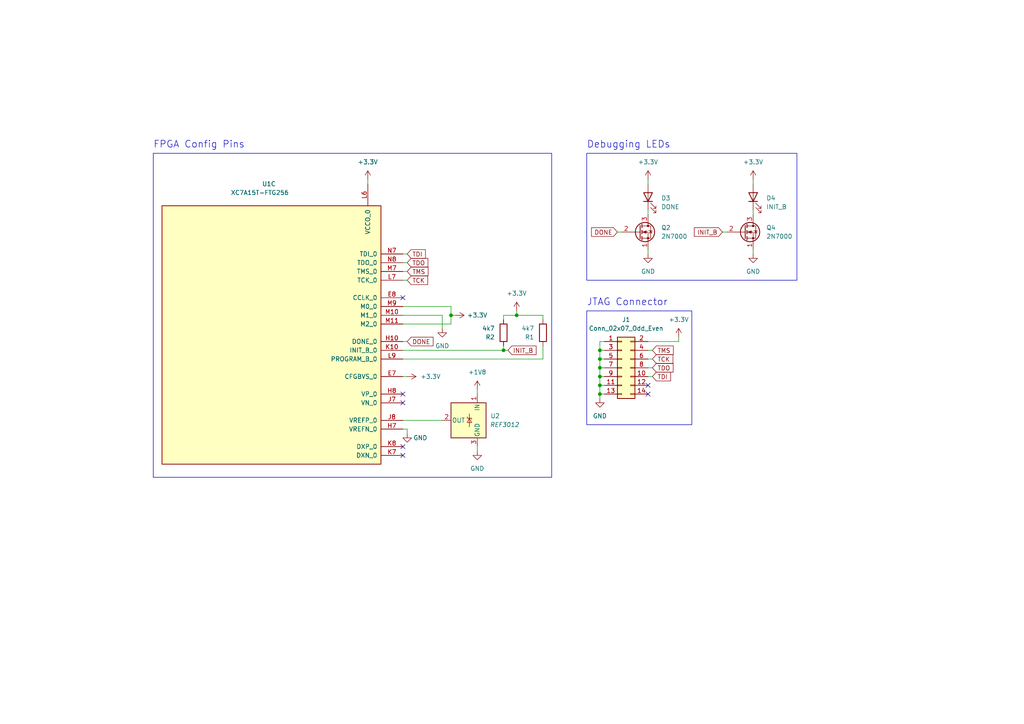
<source format=kicad_sch>
(kicad_sch (version 20230121) (generator eeschema)
  (paper "A4")
  (title_block (title "Configuration") (date "2024-01-06") (rev "1"))
  (lib_symbols
    (symbol "Connector_Generic:Conn_02x07_Odd_Even" (pin_names (offset 1.016) hide)
      (property "Reference" "J" (at 1.27 10.16 0))
      (property "Value" "Conn_02x07_Odd_Even" (at 1.27 -10.16 0))
      (symbol "Conn_02x07_Odd_Even_1_1"
        (rectangle (start -1.27 -7.493) (end 0 -7.747) (stroke (width 0.1524)))
        (rectangle (start -1.27 -4.953) (end 0 -5.207) (stroke (width 0.1524)))
        (rectangle (start -1.27 -2.413) (end 0 -2.667) (stroke (width 0.1524)))
        (rectangle (start -1.27 0.127) (end 0 -0.127) (stroke (width 0.1524)))
        (rectangle (start -1.27 2.667) (end 0 2.413) (stroke (width 0.1524)))
        (rectangle (start -1.27 5.207) (end 0 4.953) (stroke (width 0.1524)))
        (rectangle (start -1.27 7.747) (end 0 7.493) (stroke (width 0.1524)))
        (rectangle (start -1.27 8.89) (end 3.81 -8.89) (stroke (width 0.254)) (fill (type background)))
        (rectangle (start 3.81 -7.493) (end 2.54 -7.747) (stroke (width 0.1524)))
        (rectangle (start 3.81 -4.953) (end 2.54 -5.207) (stroke (width 0.1524)))
        (rectangle (start 3.81 -2.413) (end 2.54 -2.667) (stroke (width 0.1524)))
        (rectangle (start 3.81 0.127) (end 2.54 -0.127) (stroke (width 0.1524)))
        (rectangle (start 3.81 2.667) (end 2.54 2.413) (stroke (width 0.1524)))
        (rectangle (start 3.81 5.207) (end 2.54 4.953) (stroke (width 0.1524)))
        (rectangle (start 3.81 7.747) (end 2.54 7.493) (stroke (width 0.1524)))
        (pin passive line (at -5.08 7.62 0) (length 3.81) (name "Pin_1") (number "1"))
        (pin passive line (at 7.62 -2.54 180) (length 3.81) (name "Pin_10") (number "10"))
        (pin passive line (at -5.08 -5.08 0) (length 3.81) (name "Pin_11") (number "11"))
        (pin passive line (at 7.62 -5.08 180) (length 3.81) (name "Pin_12") (number "12"))
        (pin passive line (at -5.08 -7.62 0) (length 3.81) (name "Pin_13") (number "13"))
        (pin passive line (at 7.62 -7.62 180) (length 3.81) (name "Pin_14") (number "14"))
        (pin passive line (at 7.62 7.62 180) (length 3.81) (name "Pin_2") (number "2"))
        (pin passive line (at -5.08 5.08 0) (length 3.81) (name "Pin_3") (number "3"))
        (pin passive line (at 7.62 5.08 180) (length 3.81) (name "Pin_4") (number "4"))
        (pin passive line (at -5.08 2.54 0) (length 3.81) (name "Pin_5") (number "5"))
        (pin passive line (at 7.62 2.54 180) (length 3.81) (name "Pin_6") (number "6"))
        (pin passive line (at -5.08 0 0) (length 3.81) (name "Pin_7") (number "7"))
        (pin passive line (at 7.62 0 180) (length 3.81) (name "Pin_8") (number "8"))
        (pin passive line (at -5.08 -2.54 0) (length 3.81) (name "Pin_9") (number "9"))
      )
    )
    (symbol "Device:LED" (pin_numbers hide) (pin_names (offset 1.016) hide)
      (property "Reference" "D" (at 0 2.54 0))
      (property "Value" "LED" (at 0 -2.54 0))
      (symbol "LED_0_1"
        (polyline (pts (xy -1.27 -1.27) (xy -1.27 1.27)) (stroke (width 0.254)))
        (polyline (pts (xy -1.27 0) (xy 1.27 0)))
        (polyline (pts (xy 1.27 -1.27) (xy 1.27 1.27) (xy -1.27 0) (xy 1.27 -1.27)) (stroke (width 0.254)))
        (polyline (pts (xy -3.048 -0.762) (xy -4.572 -2.286) (xy -3.81 -2.286) (xy -4.572 -2.286) (xy -4.572 -1.524)))
        (polyline (pts (xy -1.778 -0.762) (xy -3.302 -2.286) (xy -2.54 -2.286) (xy -3.302 -2.286) (xy -3.302 -1.524)))
      )
      (symbol "LED_1_1"
        (pin passive line (at -3.81 0 0) (length 2.54) (name "K") (number "1"))
        (pin passive line (at 3.81 0 180) (length 2.54) (name "A") (number "2"))
      )
    )
    (symbol "Device:R" (pin_numbers hide) (pin_names (offset 0))
      (property "Reference" "R" (at 2.032 0 90))
      (property "Value" "R" (at 0 0 90))
      (symbol "R_0_1"
        (rectangle (start -1.016 -2.54) (end 1.016 2.54) (stroke (width 0.254)))
      )
      (symbol "R_1_1"
        (pin passive line (at 0 3.81 270) (length 1.27) (name "~") (number "1"))
        (pin passive line (at 0 -3.81 90) (length 1.27) (name "~") (number "2"))
      )
    )
    (symbol "FPGA_Xilinx_Artix7:XC7A15T-FTG256" (pin_names (offset 1.016))
      (property "Reference" "U" (at 0 1.27 0))
      (property "Value" "XC7A15T-FTG256" (at 0 -1.27 0))
      (symbol "XC7A15T-FTG256_1_1"
        (rectangle (start -44.45 67.31) (end 44.45 -73.66) (stroke (width 0.254)) (fill (type background)))
        (pin bidirectional line (at 50.8 38.1 180) (length 6.35) (name "IO_L3N_T0_DQS_AD1N_15") (number "A10"))
        (pin bidirectional line (at 50.8 27.94 180) (length 6.35) (name "IO_L5N_T0_AD9N_15") (number "A12"))
        (pin bidirectional line (at 50.8 20.32 180) (length 6.35) (name "IO_L7P_T1_AD2P_15") (number "A13"))
        (pin bidirectional line (at 50.8 17.78 180) (length 6.35) (name "IO_L7N_T1_AD2N_15") (number "A14"))
        (pin bidirectional line (at 50.8 7.62 180) (length 6.35) (name "IO_L9N_T1_DQS_AD3N_15") (number "A15"))
        (pin power_in line (at 27.94 73.66 270) (length 6.35) (name "VCCO_15") (number "A16"))
        (pin bidirectional line (at 50.8 45.72 180) (length 6.35) (name "IO_L2P_T0_AD8P_15") (number "A8"))
        (pin bidirectional line (at 50.8 43.18 180) (length 6.35) (name "IO_L2N_T0_AD8N_15") (number "A9"))
        (pin bidirectional line (at 50.8 35.56 180) (length 6.35) (name "IO_L4P_T0_15") (number "B10"))
        (pin bidirectional line (at 50.8 33.02 180) (length 6.35) (name "IO_L4N_T0_15") (number "B11"))
        (pin bidirectional line (at 50.8 30.48 180) (length 6.35) (name "IO_L5P_T0_AD9P_15") (number "B12"))
        (pin power_in line (at 30.48 73.66 270) (length 6.35) (name "VCCO_15") (number "B13"))
        (pin bidirectional line (at 50.8 12.7 180) (length 6.35) (name "IO_L8N_T1_AD10N_15") (number "B14"))
        (pin bidirectional line (at 50.8 10.16 180) (length 6.35) (name "IO_L9P_T1_DQS_AD3P_15") (number "B15"))
        (pin bidirectional line (at 50.8 2.54 180) (length 6.35) (name "IO_L10N_T1_AD11N_15") (number "B16"))
        (pin bidirectional line (at 50.8 40.64 180) (length 6.35) (name "IO_L3P_T0_DQS_AD1P_15") (number "B9"))
        (pin power_in line (at 33.02 73.66 270) (length 6.35) (name "VCCO_15") (number "C10"))
        (pin bidirectional line (at 50.8 0 180) (length 6.35) (name "IO_L11P_T1_SRCC_15") (number "C11"))
        (pin bidirectional line (at 50.8 -2.54 180) (length 6.35) (name "IO_L11N_T1_SRCC_15") (number "C12"))
        (pin bidirectional line (at 50.8 -7.62 180) (length 6.35) (name "IO_L12N_T1_MRCC_15") (number "C13"))
        (pin bidirectional line (at 50.8 15.24 180) (length 6.35) (name "IO_L8P_T1_AD10P_15") (number "C14"))
        (pin bidirectional line (at 50.8 5.08 180) (length 6.35) (name "IO_L10P_T1_AD11P_15") (number "C16"))
        (pin bidirectional line (at 50.8 50.8 180) (length 6.35) (name "IO_L1P_T0_AD0P_15") (number "C8"))
        (pin bidirectional line (at 50.8 48.26 180) (length 6.35) (name "IO_L1N_T0_AD0N_15") (number "C9"))
        (pin bidirectional line (at 50.8 53.34 180) (length 6.35) (name "IO_0_15") (number "D10"))
        (pin bidirectional line (at 50.8 -17.78 180) (length 6.35) (name "IO_L14N_T2_SRCC_15") (number "D11"))
        (pin bidirectional line (at 50.8 -5.08 180) (length 6.35) (name "IO_L12P_T1_MRCC_15") (number "D13"))
        (pin bidirectional line (at 50.8 -20.32 180) (length 6.35) (name "IO_L15P_T2_DQS_15") (number "D14"))
        (pin bidirectional line (at 50.8 -22.86 180) (length 6.35) (name "IO_L15N_T2_DQS_ADV_B_15") (number "D15"))
        (pin bidirectional line (at 50.8 -33.02 180) (length 6.35) (name "IO_L17N_T2_A25_15") (number "D16"))
        (pin bidirectional line (at 50.8 25.4 180) (length 6.35) (name "IO_L6P_T0_15") (number "D8"))
        (pin bidirectional line (at 50.8 22.86 180) (length 6.35) (name "IO_L6N_T0_VREF_15") (number "D9"))
        (pin bidirectional line (at 50.8 -15.24 180) (length 6.35) (name "IO_L14P_T2_SRCC_15") (number "E11"))
        (pin bidirectional line (at 50.8 -10.16 180) (length 6.35) (name "IO_L13P_T2_MRCC_15") (number "E12"))
        (pin bidirectional line (at 50.8 -12.7 180) (length 6.35) (name "IO_L13N_T2_MRCC_15") (number "E13"))
        (pin power_in line (at 35.56 73.66 270) (length 6.35) (name "VCCO_15") (number "E14"))
        (pin bidirectional line (at 50.8 -38.1 180) (length 6.35) (name "IO_L18N_T2_A23_15") (number "E15"))
        (pin bidirectional line (at 50.8 -30.48 180) (length 6.35) (name "IO_L17P_T2_A26_15") (number "E16"))
        (pin bidirectional line (at 50.8 -25.4 180) (length 6.35) (name "IO_L16P_T2_A28_15") (number "F12"))
        (pin bidirectional line (at 50.8 -27.94 180) (length 6.35) (name "IO_L16N_T2_A27_15") (number "F13"))
        (pin bidirectional line (at 50.8 -53.34 180) (length 6.35) (name "IO_L21N_T3_DQS_A18_15") (number "F14"))
        (pin bidirectional line (at 50.8 -35.56 180) (length 6.35) (name "IO_L18P_T2_A24_15") (number "F15"))
        (pin bidirectional line (at 50.8 -71.12 180) (length 6.35) (name "IO_25_15") (number "G11"))
        (pin bidirectional line (at 50.8 -43.18 180) (length 6.35) (name "IO_L19N_T3_A21_VREF_15") (number "G12"))
        (pin bidirectional line (at 50.8 -50.8 180) (length 6.35) (name "IO_L21P_T3_DQS_15") (number "G14"))
        (pin bidirectional line (at 50.8 -68.58 180) (length 6.35) (name "IO_L24N_T3_RS0_15") (number "G15"))
        (pin bidirectional line (at 50.8 -58.42 180) (length 6.35) (name "IO_L22N_T3_A16_15") (number "G16"))
        (pin bidirectional line (at 50.8 -40.64 180) (length 6.35) (name "IO_L19P_T3_A22_15") (number "H11"))
        (pin bidirectional line (at 50.8 -45.72 180) (length 6.35) (name "IO_L20P_T3_A20_15") (number "H12"))
        (pin bidirectional line (at 50.8 -48.26 180) (length 6.35) (name "IO_L20N_T3_A19_15") (number "H13"))
        (pin bidirectional line (at 50.8 -66.04 180) (length 6.35) (name "IO_L24P_T3_RS1_15") (number "H14"))
        (pin power_in line (at 38.1 73.66 270) (length 6.35) (name "VCCO_15") (number "H15"))
        (pin bidirectional line (at 50.8 -55.88 180) (length 6.35) (name "IO_L22P_T3_A17_15") (number "H16"))
        (pin power_in line (at 40.64 73.66 270) (length 6.35) (name "VCCO_15") (number "J12"))
        (pin bidirectional line (at -50.8 50.8 0) (length 6.35) (name "IO_L1P_T0_D00_MOSI_14") (number "J13"))
        (pin bidirectional line (at -50.8 48.26 0) (length 6.35) (name "IO_L1N_T0_D01_DIN_14") (number "J14"))
        (pin bidirectional line (at 50.8 -60.96 180) (length 6.35) (name "IO_L23P_T3_FOE_B_15") (number "J15"))
        (pin bidirectional line (at 50.8 -63.5 180) (length 6.35) (name "IO_L23N_T3_FWE_B_15") (number "J16"))
        (pin bidirectional line (at -50.8 53.34 0) (length 6.35) (name "IO_0_14") (number "K12"))
        (pin bidirectional line (at -50.8 30.48 0) (length 6.35) (name "IO_L5P_T0_D06_14") (number "K13"))
        (pin bidirectional line (at -50.8 45.72 0) (length 6.35) (name "IO_L2P_T0_D02_14") (number "K15"))
        (pin bidirectional line (at -50.8 43.18 0) (length 6.35) (name "IO_L2N_T0_D03_14") (number "K16"))
        (pin bidirectional line (at -50.8 25.4 0) (length 6.35) (name "IO_L6P_T0_FCS_B_14") (number "L12"))
        (pin bidirectional line (at -50.8 27.94 0) (length 6.35) (name "IO_L5N_T0_D07_14") (number "L13"))
        (pin bidirectional line (at -50.8 35.56 0) (length 6.35) (name "IO_L4P_T0_D04_14") (number "L14"))
        (pin bidirectional line (at -50.8 40.64 0) (length 6.35) (name "IO_L3P_T0_DQS_PUDC_B_14") (number "L15"))
        (pin power_in line (at -40.64 73.66 270) (length 6.35) (name "VCCO_14") (number "L16"))
        (pin bidirectional line (at -50.8 22.86 0) (length 6.35) (name "IO_L6N_T0_D08_VREF_14") (number "M12"))
        (pin power_in line (at -38.1 73.66 270) (length 6.35) (name "VCCO_14") (number "M13"))
        (pin bidirectional line (at -50.8 33.02 0) (length 6.35) (name "IO_L4N_T0_D05_14") (number "M14"))
        (pin bidirectional line (at -50.8 38.1 0) (length 6.35) (name "IO_L3N_T0_DQS_EMCCLK_14") (number "M15"))
        (pin bidirectional line (at -50.8 20.32 0) (length 6.35) (name "IO_L7P_T1_D09_14") (number "M16"))
        (pin bidirectional line (at -50.8 -40.64 0) (length 6.35) (name "IO_L19P_T3_A10_D26_14") (number "M6"))
        (pin power_in line (at -35.56 73.66 270) (length 6.35) (name "VCCO_14") (number "N10"))
        (pin bidirectional line (at -50.8 -10.16 0) (length 6.35) (name "IO_L13P_T2_MRCC_14") (number "N11"))
        (pin bidirectional line (at -50.8 -12.7 0) (length 6.35) (name "IO_L13N_T2_MRCC_14") (number "N12"))
        (pin bidirectional line (at -50.8 0 0) (length 6.35) (name "IO_L11P_T1_SRCC_14") (number "N13"))
        (pin bidirectional line (at -50.8 -5.08 0) (length 6.35) (name "IO_L12P_T1_MRCC_14") (number "N14"))
        (pin bidirectional line (at -50.8 17.78 0) (length 6.35) (name "IO_L7N_T1_D10_14") (number "N16"))
        (pin bidirectional line (at -50.8 -43.18 0) (length 6.35) (name "IO_L19N_T3_A09_D25_VREF_14") (number "N6"))
        (pin bidirectional line (at -50.8 -35.56 0) (length 6.35) (name "IO_L18P_T2_A12_D28_14") (number "N9"))
        (pin bidirectional line (at -50.8 -15.24 0) (length 6.35) (name "IO_L14P_T2_SRCC_14") (number "P10"))
        (pin bidirectional line (at -50.8 -17.78 0) (length 6.35) (name "IO_L14N_T2_SRCC_14") (number "P11"))
        (pin bidirectional line (at -50.8 -2.54 0) (length 6.35) (name "IO_L11N_T1_SRCC_14") (number "P13"))
        (pin bidirectional line (at -50.8 -7.62 0) (length 6.35) (name "IO_L12N_T1_MRCC_14") (number "P14"))
        (pin bidirectional line (at -50.8 15.24 0) (length 6.35) (name "IO_L8P_T1_D11_14") (number "P15"))
        (pin bidirectional line (at -50.8 12.7 0) (length 6.35) (name "IO_L8N_T1_D12_14") (number "P16"))
        (pin bidirectional line (at -50.8 -71.12 0) (length 6.35) (name "IO_25_14") (number "P6"))
        (pin power_in line (at -33.02 73.66 270) (length 6.35) (name "VCCO_14") (number "P7"))
        (pin bidirectional line (at -50.8 -45.72 0) (length 6.35) (name "IO_L20P_T3_A08_D24_14") (number "P8"))
        (pin bidirectional line (at -50.8 -38.1 0) (length 6.35) (name "IO_L18N_T2_A11_D27_14") (number "P9"))
        (pin bidirectional line (at -50.8 -30.48 0) (length 6.35) (name "IO_L17P_T2_A14_D30_14") (number "R10"))
        (pin bidirectional line (at -50.8 -33.02 0) (length 6.35) (name "IO_L17N_T2_A13_D29_14") (number "R11"))
        (pin bidirectional line (at -50.8 -20.32 0) (length 6.35) (name "IO_L15P_T2_DQS_RDWR_B_14") (number "R12"))
        (pin bidirectional line (at -50.8 -25.4 0) (length 6.35) (name "IO_L16P_T2_CSI_B_14") (number "R13"))
        (pin power_in line (at -30.48 73.66 270) (length 6.35) (name "VCCO_14") (number "R14"))
        (pin bidirectional line (at -50.8 10.16 0) (length 6.35) (name "IO_L9P_T1_DQS_14") (number "R15"))
        (pin bidirectional line (at -50.8 7.62 0) (length 6.35) (name "IO_L9N_T1_DQS_D13_14") (number "R16"))
        (pin bidirectional line (at -50.8 -60.96 0) (length 6.35) (name "IO_L23P_T3_A03_D19_14") (number "R5"))
        (pin bidirectional line (at -50.8 -66.04 0) (length 6.35) (name "IO_L24P_T3_A01_D17_14") (number "R6"))
        (pin bidirectional line (at -50.8 -68.58 0) (length 6.35) (name "IO_L24N_T3_A00_D16_14") (number "R7"))
        (pin bidirectional line (at -50.8 -48.26 0) (length 6.35) (name "IO_L20N_T3_A07_D23_14") (number "R8"))
        (pin bidirectional line (at -50.8 -58.42 0) (length 6.35) (name "IO_L22N_T3_A04_D20_14") (number "T10"))
        (pin power_in line (at -27.94 73.66 270) (length 6.35) (name "VCCO_14") (number "T11"))
        (pin bidirectional line (at -50.8 -22.86 0) (length 6.35) (name "IO_L15N_T2_DQS_DOUT_CSO_B_14") (number "T12"))
        (pin bidirectional line (at -50.8 -27.94 0) (length 6.35) (name "IO_L16N_T2_A15_D31_14") (number "T13"))
        (pin bidirectional line (at -50.8 5.08 0) (length 6.35) (name "IO_L10P_T1_D14_14") (number "T14"))
        (pin bidirectional line (at -50.8 2.54 0) (length 6.35) (name "IO_L10N_T1_D15_14") (number "T15"))
        (pin bidirectional line (at -50.8 -63.5 0) (length 6.35) (name "IO_L23N_T3_A02_D18_14") (number "T5"))
        (pin bidirectional line (at -50.8 -50.8 0) (length 6.35) (name "IO_L21P_T3_DQS_14") (number "T7"))
        (pin bidirectional line (at -50.8 -53.34 0) (length 6.35) (name "IO_L21N_T3_DQS_A06_D22_14") (number "T8"))
        (pin bidirectional line (at -50.8 -55.88 0) (length 6.35) (name "IO_L22P_T3_A05_D21_14") (number "T9"))
      )
      (symbol "XC7A15T-FTG256_2_1"
        (rectangle (start -44.45 67.31) (end 44.45 -73.66) (stroke (width 0.254)) (fill (type background)))
        (pin bidirectional line (at 50.8 12.7 180) (length 6.35) (name "IO_L8N_T1_AD14N_35") (number "A2"))
        (pin bidirectional line (at 50.8 33.02 180) (length 6.35) (name "IO_L4N_T0_35") (number "A3"))
        (pin bidirectional line (at 50.8 38.1 180) (length 6.35) (name "IO_L3N_T0_DQS_AD5N_35") (number "A4"))
        (pin bidirectional line (at 50.8 40.64 180) (length 6.35) (name "IO_L3P_T0_DQS_AD5P_35") (number "A5"))
        (pin power_in line (at 27.94 73.66 270) (length 6.35) (name "VCCO_35") (number "A6"))
        (pin bidirectional line (at 50.8 48.26 180) (length 6.35) (name "IO_L1N_T0_AD4N_35") (number "A7"))
        (pin bidirectional line (at 50.8 7.62 180) (length 6.35) (name "IO_L9N_T1_DQS_AD7N_35") (number "B1"))
        (pin bidirectional line (at 50.8 15.24 180) (length 6.35) (name "IO_L8P_T1_AD14P_35") (number "B2"))
        (pin power_in line (at 30.48 73.66 270) (length 6.35) (name "VCCO_35") (number "B3"))
        (pin bidirectional line (at 50.8 35.56 180) (length 6.35) (name "IO_L4P_T0_35") (number "B4"))
        (pin bidirectional line (at 50.8 43.18 180) (length 6.35) (name "IO_L2N_T0_AD12N_35") (number "B5"))
        (pin bidirectional line (at 50.8 45.72 180) (length 6.35) (name "IO_L2P_T0_AD12P_35") (number "B6"))
        (pin bidirectional line (at 50.8 50.8 180) (length 6.35) (name "IO_L1P_T0_AD4P_35") (number "B7"))
        (pin bidirectional line (at 50.8 10.16 180) (length 6.35) (name "IO_L9P_T1_DQS_AD7P_35") (number "C1"))
        (pin bidirectional line (at 50.8 17.78 180) (length 6.35) (name "IO_L7N_T1_AD6N_35") (number "C2"))
        (pin bidirectional line (at 50.8 20.32 180) (length 6.35) (name "IO_L7P_T1_AD6P_35") (number "C3"))
        (pin bidirectional line (at 50.8 -7.62 180) (length 6.35) (name "IO_L12N_T1_MRCC_35") (number "C4"))
        (pin bidirectional line (at 50.8 27.94 180) (length 6.35) (name "IO_L5N_T0_AD13N_35") (number "C6"))
        (pin bidirectional line (at 50.8 30.48 180) (length 6.35) (name "IO_L5P_T0_AD13P_35") (number "C7"))
        (pin bidirectional line (at 50.8 2.54 180) (length 6.35) (name "IO_L10N_T1_AD15N_35") (number "D1"))
        (pin bidirectional line (at 50.8 -2.54 180) (length 6.35) (name "IO_L11N_T1_SRCC_35") (number "D3"))
        (pin bidirectional line (at 50.8 -5.08 180) (length 6.35) (name "IO_L12P_T1_MRCC_35") (number "D4"))
        (pin bidirectional line (at 50.8 22.86 180) (length 6.35) (name "IO_L6N_T0_VREF_35") (number "D5"))
        (pin bidirectional line (at 50.8 25.4 180) (length 6.35) (name "IO_L6P_T0_35") (number "D6"))
        (pin power_in line (at 33.02 73.66 270) (length 6.35) (name "VCCO_35") (number "D7"))
        (pin bidirectional line (at 50.8 -22.86 180) (length 6.35) (name "IO_L15N_T2_DQS_35") (number "E1"))
        (pin bidirectional line (at 50.8 5.08 180) (length 6.35) (name "IO_L10P_T1_AD15P_35") (number "E2"))
        (pin bidirectional line (at 50.8 0 180) (length 6.35) (name "IO_L11P_T1_SRCC_35") (number "E3"))
        (pin power_in line (at 35.56 73.66 270) (length 6.35) (name "VCCO_35") (number "E4"))
        (pin bidirectional line (at 50.8 -12.7 180) (length 6.35) (name "IO_L13N_T2_MRCC_35") (number "E5"))
        (pin bidirectional line (at 50.8 53.34 180) (length 6.35) (name "IO_0_35") (number "E6"))
        (pin power_in line (at 38.1 73.66 270) (length 6.35) (name "VCCO_35") (number "F1"))
        (pin bidirectional line (at 50.8 -20.32 180) (length 6.35) (name "IO_L15P_T2_DQS_35") (number "F2"))
        (pin bidirectional line (at 50.8 -17.78 180) (length 6.35) (name "IO_L14N_T2_SRCC_35") (number "F3"))
        (pin bidirectional line (at 50.8 -15.24 180) (length 6.35) (name "IO_L14P_T2_SRCC_35") (number "F4"))
        (pin bidirectional line (at 50.8 -10.16 180) (length 6.35) (name "IO_L13P_T2_MRCC_35") (number "F5"))
        (pin bidirectional line (at 50.8 -33.02 180) (length 6.35) (name "IO_L17N_T2_35") (number "G1"))
        (pin bidirectional line (at 50.8 -30.48 180) (length 6.35) (name "IO_L17P_T2_35") (number "G2"))
        (pin bidirectional line (at 50.8 -27.94 180) (length 6.35) (name "IO_L16N_T2_35") (number "G4"))
        (pin bidirectional line (at 50.8 -25.4 180) (length 6.35) (name "IO_L16P_T2_35") (number "G5"))
        (pin bidirectional line (at 50.8 -48.26 180) (length 6.35) (name "IO_L20N_T3_35") (number "H1"))
        (pin bidirectional line (at 50.8 -45.72 180) (length 6.35) (name "IO_L20P_T3_35") (number "H2"))
        (pin bidirectional line (at 50.8 -53.34 180) (length 6.35) (name "IO_L21N_T3_DQS_35") (number "H3"))
        (pin bidirectional line (at 50.8 -38.1 180) (length 6.35) (name "IO_L18N_T2_35") (number "H4"))
        (pin bidirectional line (at 50.8 -35.56 180) (length 6.35) (name "IO_L18P_T2_35") (number "H5"))
        (pin bidirectional line (at 50.8 -58.42 180) (length 6.35) (name "IO_L22N_T3_35") (number "J1"))
        (pin power_in line (at 40.64 73.66 270) (length 6.35) (name "VCCO_35") (number "J2"))
        (pin bidirectional line (at 50.8 -50.8 180) (length 6.35) (name "IO_L21P_T3_DQS_35") (number "J3"))
        (pin bidirectional line (at 50.8 -43.18 180) (length 6.35) (name "IO_L19N_T3_VREF_35") (number "J4"))
        (pin bidirectional line (at 50.8 -40.64 180) (length 6.35) (name "IO_L19P_T3_35") (number "J5"))
        (pin bidirectional line (at 50.8 -55.88 180) (length 6.35) (name "IO_L22P_T3_35") (number "K1"))
        (pin bidirectional line (at 50.8 -68.58 180) (length 6.35) (name "IO_L24N_T3_35") (number "K2"))
        (pin bidirectional line (at 50.8 -66.04 180) (length 6.35) (name "IO_L24P_T3_35") (number "K3"))
        (pin bidirectional line (at 50.8 -71.12 180) (length 6.35) (name "IO_25_35") (number "K5"))
        (pin bidirectional line (at 50.8 -63.5 180) (length 6.35) (name "IO_L23N_T3_35") (number "L2"))
        (pin bidirectional line (at 50.8 -60.96 180) (length 6.35) (name "IO_L23P_T3_35") (number "L3"))
        (pin bidirectional line (at -50.8 50.8 0) (length 6.35) (name "IO_L1P_T0_34") (number "L4"))
        (pin bidirectional line (at -50.8 53.34 0) (length 6.35) (name "IO_0_34") (number "L5"))
        (pin bidirectional line (at -50.8 43.18 0) (length 6.35) (name "IO_L2N_T0_34") (number "M1"))
        (pin bidirectional line (at -50.8 45.72 0) (length 6.35) (name "IO_L2P_T0_34") (number "M2"))
        (pin power_in line (at -40.64 73.66 270) (length 6.35) (name "VCCO_34") (number "M3"))
        (pin bidirectional line (at -50.8 48.26 0) (length 6.35) (name "IO_L1N_T0_34") (number "M4"))
        (pin bidirectional line (at -50.8 25.4 0) (length 6.35) (name "IO_L6P_T0_34") (number "M5"))
        (pin bidirectional line (at -50.8 35.56 0) (length 6.35) (name "IO_L4P_T0_34") (number "N1"))
        (pin bidirectional line (at -50.8 38.1 0) (length 6.35) (name "IO_L3N_T0_DQS_34") (number "N2"))
        (pin bidirectional line (at -50.8 40.64 0) (length 6.35) (name "IO_L3P_T0_DQS_34") (number "N3"))
        (pin bidirectional line (at -50.8 22.86 0) (length 6.35) (name "IO_L6N_T0_VREF_34") (number "N4"))
        (pin bidirectional line (at -50.8 33.02 0) (length 6.35) (name "IO_L4N_T0_34") (number "P1"))
        (pin bidirectional line (at -50.8 27.94 0) (length 6.35) (name "IO_L5N_T0_34") (number "P3"))
        (pin bidirectional line (at -50.8 30.48 0) (length 6.35) (name "IO_L5P_T0_34") (number "P4"))
        (pin bidirectional line (at -50.8 5.08 0) (length 6.35) (name "IO_L10P_T1_34") (number "P5"))
        (pin bidirectional line (at -50.8 17.78 0) (length 6.35) (name "IO_L7N_T1_34") (number "R1"))
        (pin bidirectional line (at -50.8 20.32 0) (length 6.35) (name "IO_L7P_T1_34") (number "R2"))
        (pin bidirectional line (at -50.8 15.24 0) (length 6.35) (name "IO_L8P_T1_34") (number "R3"))
        (pin power_in line (at -38.1 73.66 270) (length 6.35) (name "VCCO_34") (number "R4"))
        (pin power_in line (at -35.56 73.66 270) (length 6.35) (name "VCCO_34") (number "T1"))
        (pin bidirectional line (at -50.8 12.7 0) (length 6.35) (name "IO_L8N_T1_34") (number "T2"))
        (pin bidirectional line (at -50.8 7.62 0) (length 6.35) (name "IO_L9N_T1_DQS_34") (number "T3"))
        (pin bidirectional line (at -50.8 10.16 0) (length 6.35) (name "IO_L9P_T1_DQS_34") (number "T4"))
      )
      (symbol "XC7A15T-FTG256_3_1"
        (rectangle (start -31.75 34.29) (end 31.75 -40.64) (stroke (width 0.254)) (fill (type background)))
        (pin bidirectional line (at 38.1 -15.24 180) (length 6.35) (name "CFGBVS_0") (number "E7"))
        (pin bidirectional line (at 38.1 7.62 180) (length 6.35) (name "CCLK_0") (number "E8"))
        (pin bidirectional line (at 38.1 -5.08 180) (length 6.35) (name "DONE_0") (number "H10"))
        (pin bidirectional line (at 38.1 -30.48 180) (length 6.35) (name "VREFN_0") (number "H7"))
        (pin bidirectional line (at 38.1 -20.32 180) (length 6.35) (name "VP_0") (number "H8"))
        (pin bidirectional line (at 38.1 -22.86 180) (length 6.35) (name "VN_0") (number "J7"))
        (pin bidirectional line (at 38.1 -27.94 180) (length 6.35) (name "VREFP_0") (number "J8"))
        (pin bidirectional line (at 38.1 -7.62 180) (length 6.35) (name "INIT_B_0") (number "K10"))
        (pin bidirectional line (at 38.1 -38.1 180) (length 6.35) (name "DXN_0") (number "K7"))
        (pin bidirectional line (at 38.1 -35.56 180) (length 6.35) (name "DXP_0") (number "K8"))
        (pin power_in line (at 27.94 40.64 270) (length 6.35) (name "VCCO_0") (number "L6"))
        (pin bidirectional line (at 38.1 12.7 180) (length 6.35) (name "TCK_0") (number "L7"))
        (pin bidirectional line (at 38.1 -10.16 180) (length 6.35) (name "PROGRAM_B_0") (number "L9"))
        (pin bidirectional line (at 38.1 2.54 180) (length 6.35) (name "M1_0") (number "M10"))
        (pin bidirectional line (at 38.1 0 180) (length 6.35) (name "M2_0") (number "M11"))
        (pin bidirectional line (at 38.1 15.24 180) (length 6.35) (name "TMS_0") (number "M7"))
        (pin bidirectional line (at 38.1 5.08 180) (length 6.35) (name "M0_0") (number "M9"))
        (pin bidirectional line (at 38.1 20.32 180) (length 6.35) (name "TDI_0") (number "N7"))
        (pin bidirectional line (at 38.1 17.78 180) (length 6.35) (name "TDO_0") (number "N8"))
      )
      (symbol "XC7A15T-FTG256_4_1"
        (rectangle (start -19.05 35.56) (end 19.05 -35.56) (stroke (width 0.254)) (fill (type background)))
        (pin power_in line (at -25.4 2.54 0) (length 6.35) (name "GND") (number "A1"))
        (pin power_in line (at -25.4 0 0) (length 6.35) (name "GND") (number "A11"))
        (pin power_in line (at -25.4 -2.54 0) (length 6.35) (name "GND") (number "B8"))
        (pin power_in line (at -25.4 -7.62 0) (length 6.35) (name "GND") (number "C15"))
        (pin power_in line (at -25.4 -5.08 0) (length 6.35) (name "GND") (number "C5"))
        (pin power_in line (at -25.4 -12.7 0) (length 6.35) (name "GND") (number "D12"))
        (pin power_in line (at -25.4 -10.16 0) (length 6.35) (name "GND") (number "D2"))
        (pin power_in line (at -25.4 12.7 0) (length 6.35) (name "VCCBRAM") (number "E10"))
        (pin power_in line (at -25.4 -15.24 0) (length 6.35) (name "GND") (number "E9"))
        (pin power_in line (at -25.4 -20.32 0) (length 6.35) (name "GND") (number "F10"))
        (pin power_in line (at -25.4 10.16 0) (length 6.35) (name "VCCBRAM") (number "F11"))
        (pin power_in line (at -25.4 -22.86 0) (length 6.35) (name "GND") (number "F16"))
        (pin power_in line (at -25.4 -17.78 0) (length 6.35) (name "GND") (number "F6"))
        (pin power_in line (at 25.4 33.02 180) (length 6.35) (name "VCCINT") (number "F7"))
        (pin power_in line (at -25.4 15.24 0) (length 6.35) (name "VCCBATT_0") (number "F8"))
        (pin power_in line (at 25.4 30.48 180) (length 6.35) (name "VCCINT") (number "F9"))
        (pin power_in line (at -25.4 33.02 0) (length 6.35) (name "VCCAUX") (number "G10"))
        (pin power_in line (at -25.4 -30.48 0) (length 6.35) (name "GND") (number "G13"))
        (pin power_in line (at -25.4 -25.4 0) (length 6.35) (name "GND") (number "G3"))
        (pin power_in line (at 25.4 27.94 180) (length 6.35) (name "VCCINT") (number "G6"))
        (pin power_in line (at -25.4 20.32 0) (length 6.35) (name "GNDADC_0") (number "G7"))
        (pin power_in line (at -25.4 17.78 0) (length 6.35) (name "VCCADC_0") (number "G8"))
        (pin power_in line (at -25.4 -27.94 0) (length 6.35) (name "GND") (number "G9"))
        (pin power_in line (at -25.4 -33.02 0) (length 6.35) (name "GND") (number "H6"))
        (pin power_in line (at 25.4 25.4 180) (length 6.35) (name "VCCINT") (number "H9"))
        (pin power_in line (at -25.4 30.48 0) (length 6.35) (name "VCCAUX") (number "J10"))
        (pin power_in line (at 25.4 0 180) (length 6.35) (name "GND") (number "J11"))
        (pin power_in line (at 25.4 22.86 180) (length 6.35) (name "VCCINT") (number "J6"))
        (pin power_in line (at 25.4 2.54 180) (length 6.35) (name "GND") (number "J9"))
        (pin power_in line (at -25.4 27.94 0) (length 6.35) (name "VCCAUX") (number "K11"))
        (pin power_in line (at 25.4 -7.62 180) (length 6.35) (name "GND") (number "K14"))
        (pin power_in line (at 25.4 -2.54 180) (length 6.35) (name "GND") (number "K4"))
        (pin power_in line (at 25.4 -5.08 180) (length 6.35) (name "GND") (number "K6"))
        (pin power_in line (at 25.4 20.32 180) (length 6.35) (name "VCCINT") (number "K9"))
        (pin power_in line (at 25.4 -10.16 180) (length 6.35) (name "GND") (number "L1"))
        (pin power_in line (at -25.4 25.4 0) (length 6.35) (name "VCCAUX") (number "L10"))
        (pin power_in line (at 25.4 -12.7 180) (length 6.35) (name "GND") (number "L11"))
        (pin power_in line (at 25.4 17.78 180) (length 6.35) (name "VCCINT") (number "L8"))
        (pin power_in line (at 25.4 -15.24 180) (length 6.35) (name "GND") (number "M8"))
        (pin power_in line (at 25.4 -20.32 180) (length 6.35) (name "GND") (number "N15"))
        (pin power_in line (at 25.4 -17.78 180) (length 6.35) (name "GND") (number "N5"))
        (pin power_in line (at 25.4 -25.4 180) (length 6.35) (name "GND") (number "P12"))
        (pin power_in line (at 25.4 -22.86 180) (length 6.35) (name "GND") (number "P2"))
        (pin power_in line (at 25.4 -27.94 180) (length 6.35) (name "GND") (number "R9"))
        (pin power_in line (at 25.4 -33.02 180) (length 6.35) (name "GND") (number "T16"))
        (pin power_in line (at 25.4 -30.48 180) (length 6.35) (name "GND") (number "T6"))
      )
    )
    (symbol "Reference_Voltage:REF3012" (pin_names (offset 0.254))
      (property "Reference" "U" (at 0 6.35 0))
      (property "Value" "REF3012" (at 2.54 -6.35 0))
      (symbol "REF3012_0_1"
        (rectangle (start -5.08 5.08) (end 5.08 -5.08) (stroke (width 0.254)) (fill (type background)))
        (polyline (pts (xy -0.254 1.905) (xy -0.254 -1.905)))
        (polyline (pts (xy -0.889 -0.635) (xy 0.381 -0.635) (xy -0.254 0.635) (xy -0.889 -0.635)))
        (polyline (pts (xy 0.381 1.016) (xy 0.381 0.635) (xy -0.889 0.635) (xy -0.889 0.254)))
      )
      (symbol "REF3012_1_1"
        (pin power_in line (at -2.54 7.62 270) (length 2.54) (name "IN") (number "1"))
        (pin power_out line (at 7.62 0 180) (length 2.54) (name "OUT") (number "2"))
        (pin power_in line (at -2.54 -7.62 90) (length 2.54) (name "GND") (number "3"))
      )
    )
    (symbol "Transistor_FET:2N7000" (pin_names hide)
      (property "Reference" "Q" (at 5.08 1.905 0))
      (property "Value" "2N7000" (at 5.08 0 0))
      (symbol "2N7000_0_1"
        (polyline (pts (xy 0.254 0) (xy -2.54 0)))
        (polyline (pts (xy 0.254 1.905) (xy 0.254 -1.905)) (stroke (width 0.254)))
        (polyline (pts (xy 0.762 -1.27) (xy 0.762 -2.286)) (stroke (width 0.254)))
        (polyline (pts (xy 0.762 0.508) (xy 0.762 -0.508)) (stroke (width 0.254)))
        (polyline (pts (xy 0.762 2.286) (xy 0.762 1.27)) (stroke (width 0.254)))
        (polyline (pts (xy 2.54 2.54) (xy 2.54 1.778)))
        (polyline (pts (xy 2.54 -2.54) (xy 2.54 0) (xy 0.762 0)))
        (polyline (pts (xy 0.762 -1.778) (xy 3.302 -1.778) (xy 3.302 1.778) (xy 0.762 1.778)))
        (polyline (pts (xy 1.016 0) (xy 2.032 0.381) (xy 2.032 -0.381) (xy 1.016 0)) (fill (type outline)))
        (polyline (pts (xy 2.794 0.508) (xy 2.921 0.381) (xy 3.683 0.381) (xy 3.81 0.254)))
        (polyline (pts (xy 3.302 0.381) (xy 2.921 -0.254) (xy 3.683 -0.254) (xy 3.302 0.381)))
        (circle (center 1.651 0) (radius 2.794) (stroke (width 0.254)))
        (circle (center 2.54 -1.778) (radius 0.254) (fill (type outline)))
        (circle (center 2.54 1.778) (radius 0.254) (fill (type outline)))
      )
      (symbol "2N7000_1_1"
        (pin passive line (at 2.54 -5.08 90) (length 2.54) (name "S") (number "1"))
        (pin input line (at -5.08 0 0) (length 2.54) (name "G") (number "2"))
        (pin passive line (at 2.54 5.08 270) (length 2.54) (name "D") (number "3"))
      )
    )
    (symbol "power:+1V8" (power) (pin_names (offset 0))
      (property "Value" "+1V8" (at 0 3.556 0))
      (symbol "+1V8_0_1"
        (polyline (pts (xy -0.762 1.27) (xy 0 2.54)))
        (polyline (pts (xy 0 0) (xy 0 2.54)))
        (polyline (pts (xy 0 2.54) (xy 0.762 1.27)))
      )
      (symbol "+1V8_1_1"
        (pin power_in line (at 0 0 90) (length 0) hide (name "+1V8") (number "1"))
      )
    )
    (symbol "power:+3.3V" (power) (pin_names (offset 0))
      (property "Value" "+3.3V" (at 0 3.556 0))
      (symbol "+3.3V_0_1"
        (polyline (pts (xy -0.762 1.27) (xy 0 2.54)))
        (polyline (pts (xy 0 0) (xy 0 2.54)))
        (polyline (pts (xy 0 2.54) (xy 0.762 1.27)))
      )
      (symbol "+3.3V_1_1"
        (pin power_in line (at 0 0 90) (length 0) hide (name "+3.3V") (number "1"))
      )
    )
    (symbol "power:GND" (power) (pin_names (offset 0))
      (property "Value" "GND" (at 0 -3.81 0))
      (symbol "GND_0_1"
        (polyline (pts (xy 0 0) (xy 0 -1.27) (xy 1.27 -1.27) (xy 0 -2.54) (xy -1.27 -1.27) (xy 0 -1.27)))
      )
      (symbol "GND_1_1"
        (pin power_in line (at 0 0 270) (length 0) hide (name "GND") (number "1"))
      )
    )
  )
  (junction (at 173.99 106.68))
  (junction (at 149.86 91.44))
  (junction (at 173.99 104.14))
  (junction (at 146.05 101.6))
  (junction (at 173.99 109.22))
  (junction (at 173.99 111.76))
  (junction (at 173.99 101.6))
  (junction (at 173.99 114.3))
  (junction (at 130.81 91.44))
  (no_connect (at 116.84 114.3))
  (no_connect (at 116.84 132.08))
  (no_connect (at 187.96 114.3))
  (no_connect (at 116.84 129.54))
  (no_connect (at 116.84 86.36))
  (no_connect (at 116.84 116.84))
  (no_connect (at 187.96 111.76))
  (wire (pts (xy 187.96 60.96) (xy 187.96 62.23)))
  (wire (pts (xy 189.23 104.14) (xy 187.96 104.14)))
  (wire (pts (xy 118.11 73.66) (xy 116.84 73.66)))
  (wire (pts (xy 130.81 93.98) (xy 130.81 91.44)))
  (wire (pts (xy 196.85 99.06) (xy 196.85 97.79)))
  (wire (pts (xy 118.11 81.28) (xy 116.84 81.28)))
  (wire (pts (xy 138.43 129.54) (xy 138.43 130.81)))
  (wire (pts (xy 173.99 104.14) (xy 173.99 106.68)))
  (wire (pts (xy 106.68 52.07) (xy 106.68 53.34)))
  (wire (pts (xy 116.84 99.06) (xy 118.11 99.06)))
  (wire (pts (xy 138.43 113.03) (xy 138.43 114.3)))
  (wire (pts (xy 149.86 91.44) (xy 146.05 91.44)))
  (wire (pts (xy 146.05 101.6) (xy 146.05 100.33)))
  (wire (pts (xy 118.11 124.46) (xy 116.84 124.46)))
  (wire (pts (xy 116.84 93.98) (xy 130.81 93.98)))
  (wire (pts (xy 173.99 109.22) (xy 175.26 109.22)))
  (wire (pts (xy 187.96 72.39) (xy 187.96 73.66)))
  (wire (pts (xy 157.48 104.14) (xy 157.48 100.33)))
  (wire (pts (xy 173.99 111.76) (xy 173.99 114.3)))
  (wire (pts (xy 189.23 101.6) (xy 187.96 101.6)))
  (wire (pts (xy 146.05 91.44) (xy 146.05 92.71)))
  (wire (pts (xy 173.99 109.22) (xy 173.99 111.76)))
  (wire (pts (xy 116.84 88.9) (xy 130.81 88.9)))
  (wire (pts (xy 173.99 106.68) (xy 175.26 106.68)))
  (wire (pts (xy 116.84 101.6) (xy 146.05 101.6)))
  (wire (pts (xy 146.05 101.6) (xy 147.32 101.6)))
  (wire (pts (xy 157.48 92.71) (xy 157.48 91.44)))
  (wire (pts (xy 173.99 106.68) (xy 173.99 109.22)))
  (wire (pts (xy 173.99 101.6) (xy 175.26 101.6)))
  (wire (pts (xy 130.81 91.44) (xy 132.08 91.44)))
  (wire (pts (xy 173.99 114.3) (xy 175.26 114.3)))
  (wire (pts (xy 209.55 67.31) (xy 210.82 67.31)))
  (wire (pts (xy 218.44 52.07) (xy 218.44 53.34)))
  (wire (pts (xy 173.99 101.6) (xy 173.99 104.14)))
  (wire (pts (xy 173.99 104.14) (xy 175.26 104.14)))
  (wire (pts (xy 116.84 109.22) (xy 118.11 109.22)))
  (wire (pts (xy 116.84 104.14) (xy 157.48 104.14)))
  (wire (pts (xy 218.44 72.39) (xy 218.44 73.66)))
  (wire (pts (xy 187.96 52.07) (xy 187.96 53.34)))
  (wire (pts (xy 173.99 99.06) (xy 175.26 99.06)))
  (wire (pts (xy 118.11 76.2) (xy 116.84 76.2)))
  (wire (pts (xy 189.23 106.68) (xy 187.96 106.68)))
  (wire (pts (xy 118.11 125.73) (xy 118.11 124.46)))
  (wire (pts (xy 116.84 121.92) (xy 128.27 121.92)))
  (wire (pts (xy 130.81 91.44) (xy 130.81 88.9)))
  (wire (pts (xy 173.99 111.76) (xy 175.26 111.76)))
  (wire (pts (xy 173.99 99.06) (xy 173.99 101.6)))
  (wire (pts (xy 157.48 91.44) (xy 149.86 91.44)))
  (wire (pts (xy 116.84 91.44) (xy 128.27 91.44)))
  (wire (pts (xy 179.07 67.31) (xy 180.34 67.31)))
  (wire (pts (xy 218.44 60.96) (xy 218.44 62.23)))
  (wire (pts (xy 149.86 90.17) (xy 149.86 91.44)))
  (wire (pts (xy 118.11 78.74) (xy 116.84 78.74)))
  (wire (pts (xy 128.27 91.44) (xy 128.27 95.25)))
  (wire (pts (xy 187.96 99.06) (xy 196.85 99.06)))
  (wire (pts (xy 189.23 109.22) (xy 187.96 109.22)))
  (wire (pts (xy 173.99 114.3) (xy 173.99 115.57)))
  (rectangle (start 44.45 44.45) (end 160.02 138.43))
  (rectangle (start 170.18 44.45) (end 231.14 81.28))
  (rectangle (start 170.18 90.17) (end 200.66 123.19))
  (text "FPGA Config Pins" (at 44.45 43.18 0) (effects (font (size 2 2)) (justify left bottom)))
  (text "JTAG Connector" (at 170.18 88.9 0) (effects (font (size 2 2)) (justify left bottom)))
  (text "Debugging LEDs" (at 170.18 43.18 0) (effects (font (size 2 2)) (justify left bottom)))
  (global_label "DONE" (shape input) (at 118.11 99.06 0) (property "Intersheetrefs" "${INTERSHEET_REFS}" (effects hide)))
  (global_label "TDO" (shape input) (at 189.23 106.68 0) (property "Intersheetrefs" "${INTERSHEET_REFS}" (effects hide)))
  (global_label "TCK" (shape input) (at 189.23 104.14 0) (property "Intersheetrefs" "${INTERSHEET_REFS}" (effects hide)))
  (global_label "DONE" (shape input) (at 179.07 67.31 180) (property "Intersheetrefs" "${INTERSHEET_REFS}" (effects hide)))
  (global_label "TMS" (shape input) (at 189.23 101.6 0) (property "Intersheetrefs" "${INTERSHEET_REFS}" (effects hide)))
  (global_label "TCK" (shape input) (at 118.11 81.28 0) (property "Intersheetrefs" "${INTERSHEET_REFS}" (effects hide)))
  (global_label "TDI" (shape input) (at 189.23 109.22 0) (property "Intersheetrefs" "${INTERSHEET_REFS}" (effects hide)))
  (global_label "TMS" (shape input) (at 118.11 78.74 0) (property "Intersheetrefs" "${INTERSHEET_REFS}" (effects hide)))
  (global_label "INIT_B" (shape input) (at 209.55 67.31 180) (property "Intersheetrefs" "${INTERSHEET_REFS}" (effects hide)))
  (global_label "TDO" (shape input) (at 118.11 76.2 0) (property "Intersheetrefs" "${INTERSHEET_REFS}" (effects hide)))
  (global_label "TDI" (shape input) (at 118.11 73.66 0) (property "Intersheetrefs" "${INTERSHEET_REFS}" (effects hide)))
  (global_label "INIT_B" (shape input) (at 147.32 101.6 0) (property "Intersheetrefs" "${INTERSHEET_REFS}" (effects hide)))
  (symbol (lib_id "power:+3.3V") (at 106.68 52.07 0) (unit 1)
    (property "Reference" "#PWR010" (effects hide))
    (property "Value" "+3.3V" (at 106.68 46.99 0))
  )
  (symbol (lib_id "power:GND") (at 173.99 115.57 0) (unit 1)
    (property "Reference" "#PWR011" (effects hide))
    (property "Value" "GND" (at 173.99 120.65 0))
  )
  (symbol (lib_id "power:GND") (at 187.96 73.66 0) (unit 1)
    (property "Reference" "#PWR061" (effects hide))
    (property "Value" "GND" (at 187.96 78.74 0))
  )
  (symbol (lib_id "Reference_Voltage:REF3012") (at 135.89 121.92 0) (mirror y) (unit 1)
    (property "Reference" "U2" (at 142.24 120.65 0) (effects (justify right)))
    (property "Value" "REF3012" (at 142.24 123.19 0) (effects (font italic) (justify right)))
    (property "Footprint" "Package_TO_SOT_SMD:SOT-23" (effects hide))
    (property "Datasheet" "http://www.ti.com/lit/ds/symlink/ref3033.pdf" (effects hide))
  )
  (symbol (lib_id "Device:LED") (at 218.44 57.15 90) (unit 1)
    (property "Reference" "D4" (at 222.25 57.4675 90) (effects (justify right)))
    (property "Value" "INIT_B" (at 222.25 60.0075 90) (effects (justify right)))
    (property "Footprint" "LED_SMD:LED_0603_1608Metric" (effects hide))
  )
  (symbol (lib_id "power:GND") (at 218.44 73.66 0) (unit 1)
    (property "Reference" "#PWR070" (effects hide))
    (property "Value" "GND" (at 218.44 78.74 0))
  )
  (symbol (lib_id "power:+1V8") (at 138.43 113.03 0) (unit 1)
    (property "Reference" "#PWR016" (effects hide))
    (property "Value" "+1V8" (at 138.43 107.95 0))
  )
  (symbol (lib_id "Transistor_FET:2N7000") (at 185.42 67.31 0) (unit 1)
    (property "Reference" "Q2" (at 191.77 66.04 0) (effects (justify left)))
    (property "Value" "2N7000" (at 191.77 68.58 0) (effects (justify left)))
    (property "Footprint" "Package_TO_SOT_SMD:SOT-23-3" (effects hide))
    (property "Datasheet" "https://www.vishay.com/docs/70226/70226.pdf" (effects hide))
  )
  (symbol (lib_id "power:+3.3V") (at 118.11 109.22 270) (unit 1)
    (property "Reference" "#PWR013" (effects hide))
    (property "Value" "+3.3V" (at 121.92 109.22 90) (effects (justify left)))
  )
  (symbol (lib_id "Device:R") (at 157.48 96.52 180) (unit 1)
    (property "Reference" "R1" (at 154.94 97.79 0) (effects (justify left)))
    (property "Value" "4k7" (at 154.94 95.25 0) (effects (justify left)))
    (property "Footprint" "Resistor_SMD:R_0402_1005Metric" (effects hide))
  )
  (symbol (lib_id "Device:R") (at 146.05 96.52 180) (unit 1)
    (property "Reference" "R2" (at 143.51 97.79 0) (effects (justify left)))
    (property "Value" "4k7" (at 143.51 95.25 0) (effects (justify left)))
    (property "Footprint" "Resistor_SMD:R_0402_1005Metric" (effects hide))
  )
  (symbol (lib_id "power:+3.3V") (at 196.85 97.79 0) (unit 1)
    (property "Reference" "#PWR062" (effects hide))
    (property "Value" "+3.3V" (at 196.85 92.71 0))
  )
  (symbol (lib_id "power:+3.3V") (at 149.86 90.17 0) (unit 1)
    (property "Reference" "#PWR014" (effects hide))
    (property "Value" "+3.3V" (at 149.86 85.09 0))
  )
  (symbol (lib_id "Connector_Generic:Conn_02x07_Odd_Even") (at 180.34 106.68 0) (unit 1)
    (property "Reference" "J1" (at 181.61 92.71 0))
    (property "Value" "Conn_02x07_Odd_Even" (at 181.61 95.25 0))
    (property "Footprint" "87832-1420:87832-1420" (effects hide))
  )
  (symbol (lib_id "power:+3.3V") (at 132.08 91.44 270) (unit 1)
    (property "Reference" "#PWR012" (effects hide))
    (property "Value" "+3.3V" (at 138.43 91.44 90))
  )
  (symbol (lib_id "FPGA_Xilinx_Artix7:XC7A15T-FTG256") (at 78.74 93.98 0) (unit 3)
    (property "Reference" "U1" (at 80.01 53.34 0) (effects (justify right)))
    (property "Value" "XC7A15T-FTG256" (at 83.82 55.88 0) (effects (justify right)))
    (property "Footprint" "Package_BGA:Xilinx_FTG256" (effects hide))
  )
  (symbol (lib_id "Device:LED") (at 187.96 57.15 90) (unit 1)
    (property "Reference" "D3" (at 191.77 57.4675 90) (effects (justify right)))
    (property "Value" "DONE" (at 191.77 60.0075 90) (effects (justify right)))
    (property "Footprint" "LED_SMD:LED_0603_1608Metric" (effects hide))
  )
  (symbol (lib_id "power:+3.3V") (at 187.96 52.07 0) (unit 1)
    (property "Reference" "#PWR060" (effects hide))
    (property "Value" "+3.3V" (at 187.96 46.99 0))
  )
  (symbol (lib_id "power:GND") (at 138.43 130.81 0) (unit 1)
    (property "Reference" "#PWR017" (effects hide))
    (property "Value" "GND" (at 138.43 135.89 0))
  )
  (symbol (lib_id "power:GND") (at 118.11 125.73 0) (unit 1)
    (property "Reference" "#PWR018" (effects hide))
    (property "Value" "GND" (at 121.92 127 0))
  )
  (symbol (lib_id "power:GND") (at 128.27 95.25 0) (unit 1)
    (property "Reference" "#PWR015" (effects hide))
    (property "Value" "GND" (at 128.27 100.33 0))
  )
  (symbol (lib_id "Transistor_FET:2N7000") (at 215.9 67.31 0) (unit 1)
    (property "Reference" "Q4" (at 222.25 66.04 0) (effects (justify left)))
    (property "Value" "2N7000" (at 222.25 68.58 0) (effects (justify left)))
    (property "Footprint" "Package_TO_SOT_SMD:SOT-23-3" (effects hide))
    (property "Datasheet" "https://www.vishay.com/docs/70226/70226.pdf" (effects hide))
  )
  (symbol (lib_id "power:+3.3V") (at 218.44 52.07 0) (unit 1)
    (property "Reference" "#PWR069" (effects hide))
    (property "Value" "+3.3V" (at 218.44 46.99 0))
  )
)
</source>
